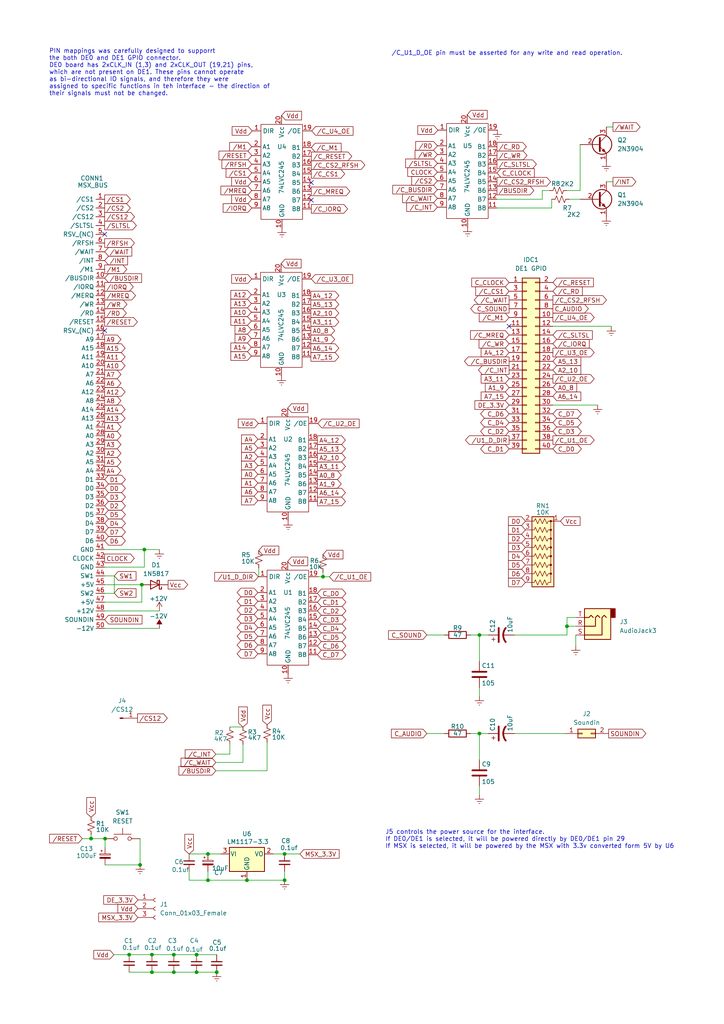
<source format=kicad_sch>
(kicad_sch (version 20230121) (generator eeschema)
  (paper "A4" portrait)
  (title_block (title "MSX FPGA Hat") (date "2023-12-18") (rev "2.0") (company "RCC @ 2024") (comment 1 "to 3.3v systems with voltage conversion") (comment 2 "Cartridge for MSX Computers that expose the MSX BUS") (comment 3 "IDC connector pinout mapped for Altera DE1 FPGA Development Board") (comment 4 "Designed for MSX and Terasic DE0 & DE1"))
  (lib_symbols
    (symbol "74LVC245A_1"
      (property "Reference" "U" (at 0 0 0))
      (property "Value" "74LVC245A_1" (at 0 0 0))
      (symbol "74LVC245A_1_1_1"
        (pin input line (at -67.183 87.63 0) (length 2.54) (name "DIR") (number "1"))
        (pin power_in line (at -58.547 59.436 90) (length 2.54) (name "GND") (number "10"))
        (pin bidirectional line (at -50.038 65.024 180) (length 2.54) (name "B8") (number "11"))
        (pin bidirectional line (at -50.038 67.564 180) (length 2.54) (name "B7") (number "12"))
        (pin bidirectional line (at -50.038 70.104 180) (length 2.54) (name "B6") (number "13"))
        (pin bidirectional line (at -50.038 72.644 180) (length 2.54) (name "B5") (number "14"))
        (pin bidirectional line (at -50.038 75.184 180) (length 2.54) (name "B4") (number "15"))
        (pin bidirectional line (at -50.038 77.724 180) (length 2.54) (name "B3") (number "16"))
        (pin bidirectional line (at -50.038 80.264 180) (length 2.54) (name "B2") (number "17"))
        (pin bidirectional line (at -50.038 82.804 180) (length 2.54) (name "B1") (number "18"))
        (pin input line (at -49.911 87.63 180) (length 2.54) (name "/OE") (number "19"))
        (pin bidirectional line (at -67.31 83.058 0) (length 2.54) (name "A1") (number "2"))
        (pin power_in line (at -58.674 92.075 270) (length 2.54) (name "Vcc") (number "20"))
        (pin bidirectional line (at -67.31 80.518 0) (length 2.54) (name "A2") (number "3"))
        (pin bidirectional line (at -67.31 77.978 0) (length 2.54) (name "A3") (number "4"))
        (pin bidirectional line (at -67.31 75.438 0) (length 2.54) (name "A4") (number "5"))
        (pin bidirectional line (at -67.31 72.898 0) (length 2.54) (name "A5") (number "6"))
        (pin bidirectional line (at -67.31 70.358 0) (length 2.54) (name "A6") (number "7"))
        (pin bidirectional line (at -67.31 67.818 0) (length 2.54) (name "A7") (number "8"))
        (pin bidirectional line (at -67.31 65.278 0) (length 2.54) (name "A8") (number "9"))
      )
    )
    (symbol "74LVC245A_2"
      (property "Reference" "U" (at 0 0 0))
      (property "Value" "74LVC245A_2" (at 0 0 0))
      (symbol "74LVC245A_2_1_1"
        (pin input line (at -67.183 87.63 0) (length 2.54) (name "DIR") (number "1"))
        (pin power_in line (at -58.547 59.436 90) (length 2.54) (name "GND") (number "10"))
        (pin bidirectional line (at -50.038 65.024 180) (length 2.54) (name "B8") (number "11"))
        (pin bidirectional line (at -50.038 67.564 180) (length 2.54) (name "B7") (number "12"))
        (pin bidirectional line (at -50.038 70.104 180) (length 2.54) (name "B6") (number "13"))
        (pin bidirectional line (at -50.038 72.644 180) (length 2.54) (name "B5") (number "14"))
        (pin bidirectional line (at -50.038 75.184 180) (length 2.54) (name "B4") (number "15"))
        (pin bidirectional line (at -50.038 77.724 180) (length 2.54) (name "B3") (number "16"))
        (pin bidirectional line (at -50.038 80.264 180) (length 2.54) (name "B2") (number "17"))
        (pin bidirectional line (at -50.038 82.804 180) (length 2.54) (name "B1") (number "18"))
        (pin input line (at -49.911 87.63 180) (length 2.54) (name "/OE") (number "19"))
        (pin bidirectional line (at -67.31 83.058 0) (length 2.54) (name "A1") (number "2"))
        (pin power_in line (at -58.674 92.075 270) (length 2.54) (name "Vcc") (number "20"))
        (pin bidirectional line (at -67.31 80.518 0) (length 2.54) (name "A2") (number "3"))
        (pin bidirectional line (at -67.31 77.978 0) (length 2.54) (name "A3") (number "4"))
        (pin bidirectional line (at -67.31 75.438 0) (length 2.54) (name "A4") (number "5"))
        (pin bidirectional line (at -67.31 72.898 0) (length 2.54) (name "A5") (number "6"))
        (pin bidirectional line (at -67.31 70.358 0) (length 2.54) (name "A6") (number "7"))
        (pin bidirectional line (at -67.31 67.818 0) (length 2.54) (name "A7") (number "8"))
        (pin bidirectional line (at -67.31 65.278 0) (length 2.54) (name "A8") (number "9"))
      )
    )
    (symbol "74LVC245A_3"
      (property "Reference" "U" (at 0 0 0))
      (property "Value" "74LVC245A_3" (at 0 0 0))
      (symbol "74LVC245A_3_1_1"
        (pin input line (at -67.183 87.63 0) (length 2.54) (name "DIR") (number "1"))
        (pin power_in line (at -58.547 59.436 90) (length 2.54) (name "GND") (number "10"))
        (pin bidirectional line (at -50.038 65.024 180) (length 2.54) (name "B8") (number "11"))
        (pin bidirectional line (at -50.038 67.564 180) (length 2.54) (name "B7") (number "12"))
        (pin bidirectional line (at -50.038 70.104 180) (length 2.54) (name "B6") (number "13"))
        (pin bidirectional line (at -50.038 72.644 180) (length 2.54) (name "B5") (number "14"))
        (pin bidirectional line (at -50.038 75.184 180) (length 2.54) (name "B4") (number "15"))
        (pin bidirectional line (at -50.038 77.724 180) (length 2.54) (name "B3") (number "16"))
        (pin bidirectional line (at -50.038 80.264 180) (length 2.54) (name "B2") (number "17"))
        (pin bidirectional line (at -50.038 82.804 180) (length 2.54) (name "B1") (number "18"))
        (pin input line (at -49.911 87.63 180) (length 2.54) (name "/OE") (number "19"))
        (pin bidirectional line (at -67.31 83.058 0) (length 2.54) (name "A1") (number "2"))
        (pin power_in line (at -58.674 92.075 270) (length 2.54) (name "Vcc") (number "20"))
        (pin bidirectional line (at -67.31 80.518 0) (length 2.54) (name "A2") (number "3"))
        (pin bidirectional line (at -67.31 77.978 0) (length 2.54) (name "A3") (number "4"))
        (pin bidirectional line (at -67.31 75.438 0) (length 2.54) (name "A4") (number "5"))
        (pin bidirectional line (at -67.31 72.898 0) (length 2.54) (name "A5") (number "6"))
        (pin bidirectional line (at -67.31 70.358 0) (length 2.54) (name "A6") (number "7"))
        (pin bidirectional line (at -67.31 67.818 0) (length 2.54) (name "A7") (number "8"))
        (pin bidirectional line (at -67.31 65.278 0) (length 2.54) (name "A8") (number "9"))
      )
    )
    (symbol "74LVC245A_4"
      (property "Reference" "U" (at 0 0 0))
      (property "Value" "74LVC245A_4" (at 0 0 0))
      (symbol "74LVC245A_4_1_1"
        (pin input line (at -67.183 87.63 0) (length 2.54) (name "DIR") (number "1"))
        (pin power_in line (at -58.547 59.436 90) (length 2.54) (name "GND") (number "10"))
        (pin bidirectional line (at -50.038 65.024 180) (length 2.54) (name "B8") (number "11"))
        (pin bidirectional line (at -50.038 67.564 180) (length 2.54) (name "B7") (number "12"))
        (pin bidirectional line (at -50.038 70.104 180) (length 2.54) (name "B6") (number "13"))
        (pin bidirectional line (at -50.038 72.644 180) (length 2.54) (name "B5") (number "14"))
        (pin bidirectional line (at -50.038 75.184 180) (length 2.54) (name "B4") (number "15"))
        (pin bidirectional line (at -50.038 77.724 180) (length 2.54) (name "B3") (number "16"))
        (pin bidirectional line (at -50.038 80.264 180) (length 2.54) (name "B2") (number "17"))
        (pin bidirectional line (at -50.038 82.804 180) (length 2.54) (name "B1") (number "18"))
        (pin input line (at -49.911 87.63 180) (length 2.54) (name "/OE") (number "19"))
        (pin bidirectional line (at -67.31 83.058 0) (length 2.54) (name "A1") (number "2"))
        (pin power_in line (at -58.674 92.075 270) (length 2.54) (name "Vcc") (number "20"))
        (pin bidirectional line (at -67.31 80.518 0) (length 2.54) (name "A2") (number "3"))
        (pin bidirectional line (at -67.31 77.978 0) (length 2.54) (name "A3") (number "4"))
        (pin bidirectional line (at -67.31 75.438 0) (length 2.54) (name "A4") (number "5"))
        (pin bidirectional line (at -67.31 72.898 0) (length 2.54) (name "A5") (number "6"))
        (pin bidirectional line (at -67.31 70.358 0) (length 2.54) (name "A6") (number "7"))
        (pin bidirectional line (at -67.31 67.818 0) (length 2.54) (name "A7") (number "8"))
        (pin bidirectional line (at -67.31 65.278 0) (length 2.54) (name "A8") (number "9"))
      )
    )
    (symbol "Connector:Conn_01x01_Pin" (pin_names (offset 1.016) hide)
      (property "Reference" "J" (at 0 2.54 0))
      (property "Value" "Conn_01x01_Pin" (at 0 -2.54 0))
      (symbol "Conn_01x01_Pin_1_1"
        (pin passive line (at 5.08 0 180) (length 3.81) (name "Pin_1") (number "1"))
      )
    )
    (symbol "Connector:Conn_01x03_Female" (pin_names (offset 1.016) hide)
      (property "Reference" "J" (at 0 5.08 0))
      (property "Value" "Conn_01x03_Female" (at 0 -5.08 0))
      (symbol "Conn_01x03_Female_1_1"
        (pin passive line (at -5.08 2.54 0) (length 3.81) (name "Pin_1") (number "1"))
        (pin passive line (at -5.08 0 0) (length 3.81) (name "Pin_2") (number "2"))
        (pin passive line (at -5.08 -2.54 0) (length 3.81) (name "Pin_3") (number "3"))
      )
    )
    (symbol "Connector_Audio:AudioJack3"
      (property "Reference" "J" (at 0 8.89 0))
      (property "Value" "AudioJack3" (at 0 6.35 0))
      (symbol "AudioJack3_1_1"
        (pin passive line (at 5.08 0 180) (length 2.54) (name "~") (number "R"))
        (pin passive line (at 5.08 2.54 180) (length 2.54) (name "~") (number "S"))
        (pin passive line (at 5.08 -2.54 180) (length 2.54) (name "~") (number "T"))
      )
    )
    (symbol "Connector_Generic:Conn_02x01" (pin_names (offset 1.016) hide)
      (property "Reference" "J" (at 1.27 2.54 0))
      (property "Value" "Conn_02x01" (at 1.27 -2.54 0))
      (symbol "Conn_02x01_1_1"
        (pin passive line (at -5.08 0 0) (length 3.81) (name "Pin_1") (number "1"))
        (pin passive line (at 7.62 0 180) (length 3.81) (name "Pin_2") (number "2"))
      )
    )
    (symbol "Connector_Generic:Conn_02x20_Odd_Even" (pin_names (offset 1.016) hide)
      (property "Reference" "J" (at 1.27 25.4 0))
      (property "Value" "Conn_02x20_Odd_Even" (at 1.27 -27.94 0))
      (symbol "Conn_02x20_Odd_Even_1_1"
        (pin passive line (at -5.08 22.86 0) (length 3.81) (name "Pin_1") (number "1"))
        (pin passive line (at 7.62 12.7 180) (length 3.81) (name "Pin_10") (number "10"))
        (pin passive line (at -5.08 10.16 0) (length 3.81) (name "Pin_11") (number "11"))
        (pin passive line (at 7.62 10.16 180) (length 3.81) (name "Pin_12") (number "12"))
        (pin passive line (at -5.08 7.62 0) (length 3.81) (name "Pin_13") (number "13"))
        (pin passive line (at 7.62 7.62 180) (length 3.81) (name "Pin_14") (number "14"))
        (pin passive line (at -5.08 5.08 0) (length 3.81) (name "Pin_15") (number "15"))
        (pin passive line (at 7.62 5.08 180) (length 3.81) (name "Pin_16") (number "16"))
        (pin passive line (at -5.08 2.54 0) (length 3.81) (name "Pin_17") (number "17"))
        (pin passive line (at 7.62 2.54 180) (length 3.81) (name "Pin_18") (number "18"))
        (pin passive line (at -5.08 0 0) (length 3.81) (name "Pin_19") (number "19"))
        (pin passive line (at 7.62 22.86 180) (length 3.81) (name "Pin_2") (number "2"))
        (pin passive line (at 7.62 0 180) (length 3.81) (name "Pin_20") (number "20"))
        (pin passive line (at -5.08 -2.54 0) (length 3.81) (name "Pin_21") (number "21"))
        (pin passive line (at 7.62 -2.54 180) (length 3.81) (name "Pin_22") (number "22"))
        (pin passive line (at -5.08 -5.08 0) (length 3.81) (name "Pin_23") (number "23"))
        (pin passive line (at 7.62 -5.08 180) (length 3.81) (name "Pin_24") (number "24"))
        (pin passive line (at -5.08 -7.62 0) (length 3.81) (name "Pin_25") (number "25"))
        (pin passive line (at 7.62 -7.62 180) (length 3.81) (name "Pin_26") (number "26"))
        (pin passive line (at -5.08 -10.16 0) (length 3.81) (name "Pin_27") (number "27"))
        (pin passive line (at 7.62 -10.16 180) (length 3.81) (name "Pin_28") (number "28"))
        (pin passive line (at -5.08 -12.7 0) (length 3.81) (name "Pin_29") (number "29"))
        (pin passive line (at -5.08 20.32 0) (length 3.81) (name "Pin_3") (number "3"))
        (pin passive line (at 7.62 -12.7 180) (length 3.81) (name "Pin_30") (number "30"))
        (pin passive line (at -5.08 -15.24 0) (length 3.81) (name "Pin_31") (number "31"))
        (pin passive line (at 7.62 -15.24 180) (length 3.81) (name "Pin_32") (number "32"))
        (pin passive line (at -5.08 -17.78 0) (length 3.81) (name "Pin_33") (number "33"))
        (pin passive line (at 7.62 -17.78 180) (length 3.81) (name "Pin_34") (number "34"))
        (pin passive line (at -5.08 -20.32 0) (length 3.81) (name "Pin_35") (number "35"))
        (pin passive line (at 7.62 -20.32 180) (length 3.81) (name "Pin_36") (number "36"))
        (pin passive line (at -5.08 -22.86 0) (length 3.81) (name "Pin_37") (number "37"))
        (pin passive line (at 7.62 -22.86 180) (length 3.81) (name "Pin_38") (number "38"))
        (pin passive line (at -5.08 -25.4 0) (length 3.81) (name "Pin_39") (number "39"))
        (pin passive line (at 7.62 20.32 180) (length 3.81) (name "Pin_4") (number "4"))
        (pin passive line (at 7.62 -25.4 180) (length 3.81) (name "Pin_40") (number "40"))
        (pin passive line (at -5.08 17.78 0) (length 3.81) (name "Pin_5") (number "5"))
        (pin passive line (at 7.62 17.78 180) (length 3.81) (name "Pin_6") (number "6"))
        (pin passive line (at -5.08 15.24 0) (length 3.81) (name "Pin_7") (number "7"))
        (pin passive line (at 7.62 15.24 180) (length 3.81) (name "Pin_8") (number "8"))
        (pin passive line (at -5.08 12.7 0) (length 3.81) (name "Pin_9") (number "9"))
      )
    )
    (symbol "Device:C" (pin_numbers hide) (pin_names (offset 0.254))
      (property "Reference" "C" (at 0.635 2.54 0))
      (property "Value" "C" (at 0.635 -2.54 0))
      (symbol "C_1_1"
        (pin passive line (at 0 3.81 270) (length 2.794) (name "~") (number "1"))
        (pin passive line (at 0 -3.81 90) (length 2.794) (name "~") (number "2"))
      )
    )
    (symbol "Device:C_Polarized_Small" (pin_numbers hide) (pin_names (offset 0.254) hide)
      (property "Reference" "C" (at 0.254 1.778 0))
      (property "Value" "C_Polarized_Small" (at 0.254 -2.032 0))
      (symbol "C_Polarized_Small_1_1"
        (pin passive line (at 0 2.54 270) (length 1.8542) (name "~") (number "1"))
        (pin passive line (at 0 -2.54 90) (length 1.8542) (name "~") (number "2"))
      )
    )
    (symbol "Device:C_Small" (pin_numbers hide) (pin_names (offset 0.254) hide)
      (property "Reference" "C" (at 0.254 1.778 0))
      (property "Value" "C_Small" (at 0.254 -2.032 0))
      (symbol "C_Small_1_1"
        (pin passive line (at 0 2.54 270) (length 2.032) (name "~") (number "1"))
        (pin passive line (at 0 -2.54 90) (length 2.032) (name "~") (number "2"))
      )
    )
    (symbol "Device:R" (pin_numbers hide) (pin_names (offset 0))
      (property "Reference" "R" (at 2.032 0 90))
      (property "Value" "R" (at 0 0 90))
      (symbol "R_1_1"
        (pin passive line (at 0 3.81 270) (length 1.27) (name "~") (number "1"))
        (pin passive line (at 0 -3.81 90) (length 1.27) (name "~") (number "2"))
      )
    )
    (symbol "Device:R_Network08_US" (pin_names (offset 0) hide)
      (property "Reference" "RN" (at -12.7 0 90))
      (property "Value" "R_Network08_US" (at 10.16 0 90))
      (symbol "R_Network08_US_1_1"
        (pin passive line (at -10.16 5.08 270) (length 2.54) (name "common") (number "1"))
        (pin passive line (at -10.16 -5.08 90) (length 1.27) (name "R1") (number "2"))
        (pin passive line (at -7.62 -5.08 90) (length 1.27) (name "R2") (number "3"))
        (pin passive line (at -5.08 -5.08 90) (length 1.27) (name "R3") (number "4"))
        (pin passive line (at -2.54 -5.08 90) (length 1.27) (name "R4") (number "5"))
        (pin passive line (at 0 -5.08 90) (length 1.27) (name "R5") (number "6"))
        (pin passive line (at 2.54 -5.08 90) (length 1.27) (name "R6") (number "7"))
        (pin passive line (at 5.08 -5.08 90) (length 1.27) (name "R7") (number "8"))
        (pin passive line (at 7.62 -5.08 90) (length 1.27) (name "R8") (number "9"))
      )
    )
    (symbol "Device:R_Small_US" (pin_numbers hide) (pin_names (offset 0.254) hide)
      (property "Reference" "R" (at 0.762 0.508 0))
      (property "Value" "R_Small_US" (at 0.762 -1.016 0))
      (symbol "R_Small_US_1_1"
        (pin passive line (at 0 2.54 270) (length 1.016) (name "~") (number "1"))
        (pin passive line (at 0 -2.54 90) (length 1.016) (name "~") (number "2"))
      )
    )
    (symbol "Diode:1N5817" (pin_numbers hide) (pin_names (offset 1.016) hide)
      (property "Reference" "D" (at 0 2.54 0))
      (property "Value" "1N5817" (at 0 -2.54 0))
      (symbol "1N5817_1_1"
        (pin passive line (at -3.81 0 0) (length 2.54) (name "K") (number "1"))
        (pin passive line (at 3.81 0 180) (length 2.54) (name "A") (number "2"))
      )
    )
    (symbol "Omega-Mainboard-rescue:CP1-Device" (pin_numbers hide) (pin_names (offset 0.254) hide)
      (property "Reference" "C" (at 0.635 2.54 0))
      (property "Value" "Device_CP1" (at 0.635 -2.54 0))
      (symbol "CP1-Device_1_1"
        (pin passive line (at 0 3.81 270) (length 2.794) (name "~") (number "1"))
        (pin passive line (at 0 -3.81 90) (length 3.302) (name "~") (number "2"))
      )
    )
    (symbol "Regulator_Linear:LM1117-3.3" (pin_names (offset 0.254))
      (property "Reference" "U" (at -3.81 3.175 0))
      (property "Value" "LM1117-3.3" (at 0 3.175 0))
      (symbol "LM1117-3.3_1_1"
        (pin power_in line (at 0 -7.62 90) (length 2.54) (name "GND") (number "1"))
        (pin power_out line (at 7.62 0 180) (length 2.54) (name "VO") (number "2"))
        (pin power_in line (at -7.62 0 0) (length 2.54) (name "VI") (number "3"))
      )
    )
    (symbol "Roni:74LVC245A"
      (property "Reference" "U" (at 0 0 0))
      (property "Value" "74LVC245A" (at 0 0 0))
      (symbol "74LVC245A_1_1"
        (pin input line (at -67.183 87.63 0) (length 2.54) (name "DIR") (number "1"))
        (pin power_in line (at -58.547 59.436 90) (length 2.54) (name "GND") (number "10"))
        (pin bidirectional line (at -50.038 65.024 180) (length 2.54) (name "B8") (number "11"))
        (pin bidirectional line (at -50.038 67.564 180) (length 2.54) (name "B7") (number "12"))
        (pin bidirectional line (at -50.038 70.104 180) (length 2.54) (name "B6") (number "13"))
        (pin bidirectional line (at -50.038 72.644 180) (length 2.54) (name "B5") (number "14"))
        (pin bidirectional line (at -50.038 75.184 180) (length 2.54) (name "B4") (number "15"))
        (pin bidirectional line (at -50.038 77.724 180) (length 2.54) (name "B3") (number "16"))
        (pin bidirectional line (at -50.038 80.264 180) (length 2.54) (name "B2") (number "17"))
        (pin bidirectional line (at -50.038 82.804 180) (length 2.54) (name "B1") (number "18"))
        (pin input line (at -49.911 87.63 180) (length 2.54) (name "/OE") (number "19"))
        (pin bidirectional line (at -67.31 83.058 0) (length 2.54) (name "A1") (number "2"))
        (pin power_in line (at -58.674 92.075 270) (length 2.54) (name "Vcc") (number "20"))
        (pin bidirectional line (at -67.31 80.518 0) (length 2.54) (name "A2") (number "3"))
        (pin bidirectional line (at -67.31 77.978 0) (length 2.54) (name "A3") (number "4"))
        (pin bidirectional line (at -67.31 75.438 0) (length 2.54) (name "A4") (number "5"))
        (pin bidirectional line (at -67.31 72.898 0) (length 2.54) (name "A5") (number "6"))
        (pin bidirectional line (at -67.31 70.358 0) (length 2.54) (name "A6") (number "7"))
        (pin bidirectional line (at -67.31 67.818 0) (length 2.54) (name "A7") (number "8"))
        (pin bidirectional line (at -67.31 65.278 0) (length 2.54) (name "A8") (number "9"))
      )
    )
    (symbol "Roni:MSX_BUS"
      (property "Reference" "U" (at 0 0 0))
      (property "Value" "MSX_BUS" (at 0 0 0))
      (symbol "MSX_BUS_1_1"
        (pin output line (at -67.945 88.392 180) (length 2.54) (name "/CS1") (number "1"))
        (pin output line (at -67.945 65.532 180) (length 2.54) (name "/BUSDIR") (number "10"))
        (pin output line (at -67.945 62.992 180) (length 2.54) (name "/IORQ") (number "11"))
        (pin output line (at -67.945 60.452 180) (length 2.54) (name "/MERQ") (number "12"))
        (pin output line (at -67.945 57.912 180) (length 2.54) (name "/WR") (number "13"))
        (pin output line (at -67.945 55.372 180) (length 2.54) (name "/RD") (number "14"))
        (pin input line (at -67.945 52.832 180) (length 2.54) (name "/RESET") (number "15"))
        (pin output line (at -67.945 50.292 180) (length 2.54) (name "RSV_(NC)") (number "16"))
        (pin output line (at -67.945 47.752 180) (length 2.54) (name "A9") (number "17"))
        (pin output line (at -67.945 45.212 180) (length 2.54) (name "A15") (number "18"))
        (pin output line (at -67.945 42.672 180) (length 2.54) (name "A11") (number "19"))
        (pin output line (at -67.945 85.852 180) (length 2.54) (name "/CS2") (number "2"))
        (pin output line (at -67.945 40.132 180) (length 2.54) (name "A10") (number "20"))
        (pin output line (at -67.945 37.592 180) (length 2.54) (name "A7") (number "21"))
        (pin output line (at -67.945 35.052 180) (length 2.54) (name "A6") (number "22"))
        (pin output line (at -67.945 32.512 180) (length 2.54) (name "A12") (number "23"))
        (pin output line (at -67.945 29.972 180) (length 2.54) (name "A8") (number "24"))
        (pin output line (at -67.945 27.432 180) (length 2.54) (name "A14") (number "25"))
        (pin output line (at -67.945 24.892 180) (length 2.54) (name "A13") (number "26"))
        (pin output line (at -67.945 22.352 180) (length 2.54) (name "A1") (number "27"))
        (pin output line (at -67.945 19.812 180) (length 2.54) (name "A0") (number "28"))
        (pin output line (at -67.945 17.272 180) (length 2.54) (name "A3") (number "29"))
        (pin output line (at -67.945 83.312 180) (length 2.54) (name "/CS12") (number "3"))
        (pin output line (at -67.945 14.732 180) (length 2.54) (name "A2") (number "30"))
        (pin output line (at -67.945 12.192 180) (length 2.54) (name "A5") (number "31"))
        (pin output line (at -67.945 9.652 180) (length 2.54) (name "A4") (number "32"))
        (pin output line (at -67.945 7.112 180) (length 2.54) (name "D1") (number "33"))
        (pin output line (at -67.945 4.572 180) (length 2.54) (name "D0") (number "34"))
        (pin output line (at -67.945 2.032 180) (length 2.54) (name "D3") (number "35"))
        (pin output line (at -67.945 -0.508 180) (length 2.54) (name "D2") (number "36"))
        (pin output line (at -67.945 -3.048 180) (length 2.54) (name "D5") (number "37"))
        (pin output line (at -67.945 -5.588 180) (length 2.54) (name "D4") (number "38"))
        (pin output line (at -67.945 -8.128 180) (length 2.54) (name "D7") (number "39"))
        (pin output line (at -67.945 80.772 180) (length 2.54) (name "/SLTSL") (number "4"))
        (pin output line (at -67.945 -10.668 180) (length 2.54) (name "D6") (number "40"))
        (pin output line (at -67.945 -13.208 180) (length 2.54) (name "GND") (number "41"))
        (pin output line (at -67.945 -15.748 180) (length 2.54) (name "CLOCK") (number "42"))
        (pin output line (at -67.945 -18.288 180) (length 2.54) (name "GND") (number "43"))
        (pin output line (at -67.945 -20.828 180) (length 2.54) (name "SW1") (number "44"))
        (pin output line (at -67.945 -23.368 180) (length 2.54) (name "+5V") (number "45"))
        (pin output line (at -67.945 -25.908 180) (length 2.54) (name "SW2") (number "46"))
        (pin output line (at -67.945 -28.448 180) (length 2.54) (name "+5V") (number "47"))
        (pin output line (at -67.945 -30.988 180) (length 2.54) (name "+12V") (number "48"))
        (pin output line (at -67.945 -33.528 180) (length 2.54) (name "SOUNDIN") (number "49"))
        (pin output line (at -67.945 78.232 180) (length 2.54) (name "RSV_(NC)") (number "5"))
        (pin output line (at -67.945 -36.068 180) (length 2.54) (name "-12V") (number "50"))
        (pin output line (at -67.945 75.692 180) (length 2.54) (name "/RFSH") (number "6"))
        (pin output line (at -67.945 73.152 180) (length 2.54) (name "/WAIT") (number "7"))
        (pin output line (at -67.945 70.612 180) (length 2.54) (name "/INT") (number "8"))
        (pin output line (at -67.945 68.072 180) (length 2.54) (name "/M1") (number "9"))
      )
    )
    (symbol "Switch:SW_Push" (pin_numbers hide) (pin_names (offset 1.016) hide)
      (property "Reference" "SW" (at 1.27 2.54 0))
      (property "Value" "SW_Push" (at 0 -1.524 0))
      (symbol "SW_Push_0_1"
        (pin passive line (at -5.08 0 0) (length 2.54) (name "1") (number "1"))
        (pin passive line (at 5.08 0 180) (length 2.54) (name "2") (number "2"))
      )
    )
    (symbol "Transistor_BJT:2N3904" (pin_names (offset 0) hide)
      (property "Reference" "Q" (at 5.08 1.905 0))
      (property "Value" "2N3904" (at 5.08 0 0))
      (symbol "2N3904_1_1"
        (pin passive line (at 2.54 -5.08 90) (length 2.54) (name "E") (number "1"))
        (pin passive line (at -5.08 0 0) (length 5.715) (name "B") (number "2"))
        (pin passive line (at 2.54 5.08 270) (length 2.54) (name "C") (number "3"))
      )
    )
    (symbol "power:+12V" (power) (pin_names (offset 0))
      (property "Value" "+12V" (at 0 3.556 0))
      (symbol "+12V_1_1"
        (pin power_in line (at 0 0 90) (length 0) hide (name "+12V") (number "1"))
      )
    )
    (symbol "power:-12V" (power) (pin_names (offset 0))
      (property "Value" "-12V" (at 0 3.81 0))
      (symbol "-12V_0_0"
        (pin power_in line (at 0 0 90) (length 0) hide (name "-12V") (number "1"))
      )
    )
    (symbol "power:GNDREF" (power) (pin_names (offset 0))
      (property "Value" "GNDREF" (at 0 -3.81 0))
      (symbol "GNDREF_1_1"
        (pin power_in line (at 0 0 270) (length 0) hide (name "GNDREF") (number "1"))
      )
    )
  )
  (junction (at 71.628 255.27))
  (junction (at 57.023 276.86))
  (junction (at 41.1361 169.5681))
  (junction (at 30.48 243.205))
  (junction (at 139.065 212.725))
  (junction (at 50.419 276.86))
  (junction (at 37.465 276.86))
  (junction (at 44.069 276.86))
  (junction (at 50.419 281.94))
  (junction (at 164.465 181.61))
  (junction (at 62.865 281.94))
  (junction (at 60.325 255.27))
  (junction (at 82.55 255.27))
  (junction (at 44.069 281.94))
  (junction (at 40.64 250.825))
  (junction (at 82.55 247.65))
  (junction (at 60.325 247.65))
  (junction (at 93.6997 167.259))
  (junction (at 26.416 243.205))
  (junction (at 139.065 184.15))
  (junction (at 41.8757 159.385))
  (junction (at 57.023 281.94))
  (no_connect (at 90.297 58.039))
  (no_connect (at 30.353 67.945))
  (no_connect (at 30.353 95.885))
  (no_connect (at 147.6734 94.615))
  (no_connect (at 90.297 52.959))
  (wire (pts (xy 164.465 179.07) (xy 164.465 181.61)))
  (wire (pts (xy 62.611 223.52) (xy 77.47 223.52)))
  (wire (pts (xy 82.55 255.27) (xy 82.55 252.73)))
  (wire (pts (xy 77.47 223.52) (xy 77.47 215.265)))
  (wire (pts (xy 54.864 255.27) (xy 60.325 255.27)))
  (wire (pts (xy 160.3734 94.615) (xy 177.292 94.615)))
  (wire (pts (xy 136.525 212.725) (xy 139.065 212.725)))
  (wire (pts (xy 175.895 36.83) (xy 177.8 36.83)))
  (wire (pts (xy 57.023 276.86) (xy 62.865 276.86)))
  (wire (pts (xy 139.065 220.345) (xy 139.065 212.725)))
  (wire (pts (xy 60.325 247.65) (xy 64.008 247.65)))
  (wire (pts (xy 41.8757 164.465) (xy 41.8757 159.385)))
  (wire (pts (xy 41.8757 159.385) (xy 46.228 159.385)))
  (wire (pts (xy 30.353 169.5681) (xy 30.353 169.545)))
  (wire (pts (xy 66.675 210.82) (xy 70.485 210.82)))
  (wire (pts (xy 41.1361 169.5681) (xy 41.1361 174.625)))
  (wire (pts (xy 50.419 276.86) (xy 57.023 276.86)))
  (wire (pts (xy 57.023 281.94) (xy 62.865 281.94)))
  (wire (pts (xy 23.876 243.205) (xy 26.416 243.205)))
  (wire (pts (xy 44.069 276.86) (xy 50.419 276.86)))
  (wire (pts (xy 123.825 184.15) (xy 128.905 184.15)))
  (wire (pts (xy 37.465 276.86) (xy 44.069 276.86)))
  (wire (pts (xy 30.353 182.245) (xy 46.228 182.245)))
  (wire (pts (xy 175.895 52.705) (xy 177.8 52.705)))
  (wire (pts (xy 41.1361 169.5681) (xy 30.353 169.5681)))
  (wire (pts (xy 149.225 212.725) (xy 163.83 212.725)))
  (wire (pts (xy 93.6997 165.9197) (xy 93.6758 165.9197)))
  (wire (pts (xy 165.1 57.785) (xy 168.275 57.785)))
  (wire (pts (xy 75.057 164.719) (xy 75.057 167.259)))
  (wire (pts (xy 70.485 215.9) (xy 70.485 221.107)))
  (wire (pts (xy 160.3734 117.475) (xy 173.355 117.475)))
  (wire (pts (xy 167.005 179.07) (xy 164.465 179.07)))
  (wire (pts (xy 30.48 250.825) (xy 40.64 250.825)))
  (wire (pts (xy 40.64 250.825) (xy 40.64 243.205)))
  (wire (pts (xy 177.292 94.615) (xy 177.292 94.742)))
  (wire (pts (xy 164.465 184.15) (xy 164.465 181.61)))
  (wire (pts (xy 79.248 247.65) (xy 82.55 247.65)))
  (wire (pts (xy 139.065 227.965) (xy 139.065 230.505)))
  (wire (pts (xy 30.353 177.165) (xy 46.228 177.165)))
  (wire (pts (xy 75.057 167.259) (xy 74.93 167.259)))
  (wire (pts (xy 33.1542 172.085) (xy 30.353 172.085)))
  (wire (pts (xy 167.005 184.15) (xy 167.005 187.325)))
  (wire (pts (xy 139.065 199.39) (xy 139.065 201.93)))
  (wire (pts (xy 139.065 212.725) (xy 141.605 212.725)))
  (wire (pts (xy 139.065 184.15) (xy 141.605 184.15)))
  (wire (pts (xy 123.825 212.725) (xy 128.905 212.725)))
  (wire (pts (xy 30.353 167.005) (xy 33.1542 167.005)))
  (wire (pts (xy 93.6997 167.259) (xy 95.5534 167.259)))
  (wire (pts (xy 93.6997 167.259) (xy 93.6997 165.9197)))
  (wire (pts (xy 26.416 243.205) (xy 26.416 242.062)))
  (wire (pts (xy 62.611 218.694) (xy 66.675 218.694)))
  (wire (pts (xy 71.628 255.27) (xy 82.55 255.27)))
  (wire (pts (xy 157.3 55.245) (xy 159.385 55.245)))
  (wire (pts (xy 60.325 255.27) (xy 71.628 255.27)))
  (wire (pts (xy 160.02 60.325) (xy 160.02 57.785)))
  (wire (pts (xy 164.465 181.61) (xy 167.005 181.61)))
  (wire (pts (xy 66.675 215.9) (xy 66.675 218.694)))
  (wire (pts (xy 44.069 281.94) (xy 50.419 281.94)))
  (wire (pts (xy 30.353 164.465) (xy 41.8757 164.465)))
  (wire (pts (xy 157.3 57.785) (xy 157.3 55.245)))
  (wire (pts (xy 30.353 159.385) (xy 41.8757 159.385)))
  (wire (pts (xy 136.525 184.15) (xy 139.065 184.15)))
  (wire (pts (xy 30.48 243.205) (xy 26.416 243.205)))
  (wire (pts (xy 139.065 191.77) (xy 139.065 184.15)))
  (wire (pts (xy 62.611 221.107) (xy 70.485 221.107)))
  (wire (pts (xy 33.0304 276.86) (xy 37.465 276.86)))
  (wire (pts (xy 33.1542 167.005) (xy 33.1542 172.085)))
  (wire (pts (xy 73.152 37.9627) (xy 73.152 37.973)))
  (wire (pts (xy 149.225 184.15) (xy 164.465 184.15)))
  (wire (pts (xy 54.864 247.65) (xy 60.325 247.65)))
  (wire (pts (xy 144.145 57.785) (xy 157.3 57.785)))
  (wire (pts (xy 37.465 281.94) (xy 44.069 281.94)))
  (wire (pts (xy 164.465 55.245) (xy 168.275 55.245)))
  (wire (pts (xy 144.145 60.325) (xy 160.02 60.325)))
  (wire (pts (xy 41.1361 174.625) (xy 30.353 174.625)))
  (wire (pts (xy 54.864 252.73) (xy 54.864 255.27)))
  (wire (pts (xy 92.202 167.259) (xy 93.6997 167.259)))
  (wire (pts (xy 168.275 55.245) (xy 168.275 41.91)))
  (wire (pts (xy 50.419 281.94) (xy 57.023 281.94)))
  (wire (pts (xy 82.55 247.65) (xy 86.995 247.65)))
  (wire (pts (xy 30.48 243.205) (xy 30.48 245.745)))
  (wire (pts (xy 60.325 252.73) (xy 60.325 255.27)))
  (text "PIN mappings was carefully designed to supporrt\nthe both DE0 and DE1 GPIO connector. \nDE0 board has 2xCLK_IN (1,3) and 2xCLK_OUT (19,21) pins,\nwhich are not present on DE1. These pins cannot operate\nas bi-directional IO signals, and therefore they were \nassigned to specific functions in teh interface - the direction of \ntheir signals must not be changed.\n" (at 14.224 27.94 0) (effects (font (size 1.27 1.27)) (justify left bottom)))
  (text "/C_U1_D_OE pin must be asserted for any write and read operation.\n" (at 113.538 16.256 0) (effects (font (size 1.27 1.27)) (justify left bottom)))
  (text "J5 controls the power source for the interface.\nIf DE0/DE1 is selected, it will be powered directly by DE0/DE1 pin 29\nIf MSX is selected, it will be powered by the MSX with 3.3v converted form 5V by U6\n\n" (at 111.76 248.285 0) (effects (font (size 1.27 1.27)) (justify left bottom)))
  (global_label "Vdd" (shape input) (at 83.439 118.364 0) (property "Intersheetrefs" "${INTERSHEET_REFS}" (effects hide)))
  (global_label "C_D5" (shape bidirectional) (at 160.3734 122.555 0) (property "Intersheetrefs" "${INTERSHEET_REFS}" (effects hide)))
  (global_label "{slash}C_BUSDIR" (shape output) (at 147.6734 104.775 180) (property "Intersheetrefs" "${INTERSHEET_REFS}" (effects hide)))
  (global_label "D4" (shape bidirectional) (at 30.353 151.765 0) (property "Intersheetrefs" "${INTERSHEET_REFS}" (effects hide)))
  (global_label "A6_14" (shape output) (at 90.17 100.965 0) (property "Intersheetrefs" "${INTERSHEET_REFS}" (effects hide)))
  (global_label "{slash}BUSDIR" (shape output) (at 144.145 55.245 0) (property "Intersheetrefs" "${INTERSHEET_REFS}" (effects hide)))
  (global_label "A5_13" (shape output) (at 90.17 88.265 0) (property "Intersheetrefs" "${INTERSHEET_REFS}" (effects hide)))
  (global_label "{slash}C_INT" (shape output) (at 147.6734 107.315 180) (property "Intersheetrefs" "${INTERSHEET_REFS}" (effects hide)))
  (global_label "A2" (shape input) (at 74.803 132.461 180) (property "Intersheetrefs" "${INTERSHEET_REFS}" (effects hide)))
  (global_label "{slash}MREQ" (shape input) (at 73.025 55.245 180) (property "Intersheetrefs" "${INTERSHEET_REFS}" (effects hide)))
  (global_label "A14" (shape input) (at 72.898 100.711 180) (property "Intersheetrefs" "${INTERSHEET_REFS}" (effects hide)))
  (global_label "{slash}C_WAIT" (shape input) (at 126.873 57.531 180) (property "Intersheetrefs" "${INTERSHEET_REFS}" (effects hide)))
  (global_label "C_D2" (shape bidirectional) (at 92.075 177.165 0) (property "Intersheetrefs" "${INTERSHEET_REFS}" (effects hide)))
  (global_label "{slash}C_CS1" (shape output) (at 90.297 50.419 0) (property "Intersheetrefs" "${INTERSHEET_REFS}" (effects hide)))
  (global_label "SOUNDIN" (shape input) (at 30.353 179.705 0) (property "Intersheetrefs" "${INTERSHEET_REFS}" (effects hide)))
  (global_label "MSX_3.3V" (shape input) (at 40.005 266.065 180) (property "Intersheetrefs" "${INTERSHEET_REFS}" (effects hide)))
  (global_label "Vdd" (shape input) (at 83.439 162.814 0) (property "Intersheetrefs" "${INTERSHEET_REFS}" (effects hide)))
  (global_label "Vdd" (shape input) (at 81.661 33.528 0) (property "Intersheetrefs" "${INTERSHEET_REFS}" (effects hide)))
  (global_label "A12" (shape input) (at 72.898 85.471 180) (property "Intersheetrefs" "${INTERSHEET_REFS}" (effects hide)))
  (global_label "{slash}CS1" (shape output) (at 30.353 57.785 0) (property "Intersheetrefs" "${INTERSHEET_REFS}" (effects hide)))
  (global_label "A11" (shape output) (at 30.353 103.505 0) (property "Intersheetrefs" "${INTERSHEET_REFS}" (effects hide)))
  (global_label "A0_8" (shape output) (at 92.075 137.795 0) (property "Intersheetrefs" "${INTERSHEET_REFS}" (effects hide)))
  (global_label "C_D6" (shape bidirectional) (at 92.075 187.325 0) (property "Intersheetrefs" "${INTERSHEET_REFS}" (effects hide)))
  (global_label "{slash}C_U3_OE" (shape input) (at 90.297 80.899 0) (property "Intersheetrefs" "${INTERSHEET_REFS}" (effects hide)))
  (global_label "{slash}SLTSL" (shape input) (at 126.873 47.371 180) (property "Intersheetrefs" "${INTERSHEET_REFS}" (effects hide)))
  (global_label "A9" (shape input) (at 72.898 98.171 180) (property "Intersheetrefs" "${INTERSHEET_REFS}" (effects hide)))
  (global_label "SOUNDIN" (shape output) (at 176.53 212.725 0) (property "Intersheetrefs" "${INTERSHEET_REFS}" (effects hide)))
  (global_label "{slash}WAIT" (shape input) (at 30.353 73.025 0) (property "Intersheetrefs" "${INTERSHEET_REFS}" (effects hide)))
  (global_label "D5" (shape bidirectional) (at 30.353 149.225 0) (property "Intersheetrefs" "${INTERSHEET_REFS}" (effects hide)))
  (global_label "A4_12" (shape output) (at 90.17 85.725 0) (property "Intersheetrefs" "${INTERSHEET_REFS}" (effects hide)))
  (global_label "{slash}U1_D_DIR" (shape input) (at 74.93 167.259 180) (property "Intersheetrefs" "${INTERSHEET_REFS}" (effects hide)))
  (global_label "A1_9" (shape input) (at 147.6734 112.395 180) (property "Intersheetrefs" "${INTERSHEET_REFS}" (effects hide)))
  (global_label "A13" (shape output) (at 30.353 121.285 0) (property "Intersheetrefs" "${INTERSHEET_REFS}" (effects hide)))
  (global_label "C_D0" (shape bidirectional) (at 160.3734 130.175 0) (property "Intersheetrefs" "${INTERSHEET_REFS}" (effects hide)))
  (global_label "Vcc" (shape input) (at 162.56 151.13 0) (property "Intersheetrefs" "${INTERSHEET_REFS}" (effects hide)))
  (global_label "{slash}MREQ" (shape output) (at 30.353 85.725 0) (property "Intersheetrefs" "${INTERSHEET_REFS}" (effects hide)))
  (global_label "{slash}C_M1" (shape input) (at 90.297 42.799 0) (property "Intersheetrefs" "${INTERSHEET_REFS}" (effects hide)))
  (global_label "A3_11" (shape output) (at 92.075 135.255 0) (property "Intersheetrefs" "${INTERSHEET_REFS}" (effects hide)))
  (global_label "Vdd" (shape input) (at 73.025 80.899 180) (property "Intersheetrefs" "${INTERSHEET_REFS}" (effects hide)))
  (global_label "A5_13" (shape output) (at 92.075 130.175 0) (property "Intersheetrefs" "${INTERSHEET_REFS}" (effects hide)))
  (global_label "A8" (shape input) (at 72.898 95.631 180) (property "Intersheetrefs" "${INTERSHEET_REFS}" (effects hide)))
  (global_label "D7" (shape bidirectional) (at 30.353 154.305 0) (property "Intersheetrefs" "${INTERSHEET_REFS}" (effects hide)))
  (global_label "A5" (shape output) (at 30.353 133.985 0) (property "Intersheetrefs" "${INTERSHEET_REFS}" (effects hide)))
  (global_label "A1" (shape input) (at 74.803 140.081 180) (property "Intersheetrefs" "${INTERSHEET_REFS}" (effects hide)))
  (global_label "CLOCK" (shape input) (at 126.873 49.911 180) (property "Intersheetrefs" "${INTERSHEET_REFS}" (effects hide)))
  (global_label "D4" (shape bidirectional) (at 74.803 181.991 180) (property "Intersheetrefs" "${INTERSHEET_REFS}" (effects hide)))
  (global_label "{slash}CS12" (shape output) (at 39.878 208.28 0) (property "Intersheetrefs" "${INTERSHEET_REFS}" (effects hide)))
  (global_label "{slash}RD" (shape output) (at 30.353 90.805 0) (property "Intersheetrefs" "${INTERSHEET_REFS}" (effects hide)))
  (global_label "A7" (shape output) (at 30.353 108.585 0) (property "Intersheetrefs" "${INTERSHEET_REFS}" (effects hide)))
  (global_label "A4_12" (shape output) (at 92.075 127.635 0) (property "Intersheetrefs" "${INTERSHEET_REFS}" (effects hide)))
  (global_label "A4_12" (shape input) (at 147.6734 102.235 180) (property "Intersheetrefs" "${INTERSHEET_REFS}" (effects hide)))
  (global_label "{slash}C_RESET" (shape output) (at 90.297 45.339 0) (property "Intersheetrefs" "${INTERSHEET_REFS}" (effects hide)))
  (global_label "{slash}C_BUSDIR" (shape input) (at 126.873 54.991 180) (property "Intersheetrefs" "${INTERSHEET_REFS}" (effects hide)))
  (global_label "A6_14" (shape input) (at 160.3734 114.935 0) (property "Intersheetrefs" "${INTERSHEET_REFS}" (effects hide)))
  (global_label "C_D3" (shape bidirectional) (at 92.075 179.705 0) (property "Intersheetrefs" "${INTERSHEET_REFS}" (effects hide)))
  (global_label "A1_9" (shape output) (at 90.17 98.425 0) (property "Intersheetrefs" "${INTERSHEET_REFS}" (effects hide)))
  (global_label "D2" (shape input) (at 152.4 156.21 180) (property "Intersheetrefs" "${INTERSHEET_REFS}" (effects hide)))
  (global_label "MSX_3.3V" (shape input) (at 86.995 247.65 0) (property "Intersheetrefs" "${INTERSHEET_REFS}" (effects hide)))
  (global_label "{slash}C_WR" (shape input) (at 147.6734 99.695 180) (property "Intersheetrefs" "${INTERSHEET_REFS}" (effects hide)))
  (global_label "{slash}C_MREQ" (shape output) (at 90.297 55.499 0) (property "Intersheetrefs" "${INTERSHEET_REFS}" (effects hide)))
  (global_label "{slash}C_WAIT" (shape output) (at 147.6734 86.995 180) (property "Intersheetrefs" "${INTERSHEET_REFS}" (effects hide)))
  (global_label "{slash}C_INT" (shape input) (at 62.611 218.694 180) (property "Intersheetrefs" "${INTERSHEET_REFS}" (effects hide)))
  (global_label "A4" (shape input) (at 74.803 127.381 180) (property "Intersheetrefs" "${INTERSHEET_REFS}" (effects hide)))
  (global_label "SW1" (shape input) (at 33.1542 167.005 0) (property "Intersheetrefs" "${INTERSHEET_REFS}" (effects hide)))
  (global_label "A9" (shape output) (at 30.353 98.425 0) (property "Intersheetrefs" "${INTERSHEET_REFS}" (effects hide)))
  (global_label "A7_15" (shape input) (at 147.6734 114.935 180) (property "Intersheetrefs" "${INTERSHEET_REFS}" (effects hide)))
  (global_label "C_D3" (shape bidirectional) (at 160.3734 125.095 0) (property "Intersheetrefs" "${INTERSHEET_REFS}" (effects hide)))
  (global_label "A12" (shape output) (at 30.353 113.665 0) (property "Intersheetrefs" "${INTERSHEET_REFS}" (effects hide)))
  (global_label "{slash}C_U3_OE" (shape output) (at 160.3734 102.235 0) (property "Intersheetrefs" "${INTERSHEET_REFS}" (effects hide)))
  (global_label "{slash}C_CS2_RFSH" (shape output) (at 90.297 47.879 0) (property "Intersheetrefs" "${INTERSHEET_REFS}" (effects hide)))
  (global_label "A2_10" (shape input) (at 160.3734 107.315 0) (property "Intersheetrefs" "${INTERSHEET_REFS}" (effects hide)))
  (global_label "A10" (shape input) (at 72.898 90.551 180) (property "Intersheetrefs" "${INTERSHEET_REFS}" (effects hide)))
  (global_label "{slash}M1" (shape output) (at 30.353 78.105 0) (property "Intersheetrefs" "${INTERSHEET_REFS}" (effects hide)))
  (global_label "{slash}C_SLTSL" (shape output) (at 144.145 47.625 0) (property "Intersheetrefs" "${INTERSHEET_REFS}" (effects hide)))
  (global_label "C_D2" (shape bidirectional) (at 147.6734 125.095 180) (property "Intersheetrefs" "${INTERSHEET_REFS}" (effects hide)))
  (global_label "{slash}C_U2_OE" (shape input) (at 92.202 122.809 0) (property "Intersheetrefs" "${INTERSHEET_REFS}" (effects hide)))
  (global_label "A1_9" (shape output) (at 92.075 140.335 0) (property "Intersheetrefs" "${INTERSHEET_REFS}" (effects hide)))
  (global_label "D5" (shape input) (at 152.4 163.83 180) (property "Intersheetrefs" "${INTERSHEET_REFS}" (effects hide)))
  (global_label "Vdd" (shape input) (at 74.93 122.809 180) (property "Intersheetrefs" "${INTERSHEET_REFS}" (effects hide)))
  (global_label "A6" (shape output) (at 30.353 111.125 0) (property "Intersheetrefs" "${INTERSHEET_REFS}" (effects hide)))
  (global_label "{slash}C_U1_OE" (shape input) (at 95.5534 167.259 0) (property "Intersheetrefs" "${INTERSHEET_REFS}" (effects hide)))
  (global_label "D5" (shape bidirectional) (at 74.803 184.531 180) (property "Intersheetrefs" "${INTERSHEET_REFS}" (effects hide)))
  (global_label "{slash}C_RD" (shape output) (at 144.145 42.545 0) (property "Intersheetrefs" "${INTERSHEET_REFS}" (effects hide)))
  (global_label "D6" (shape bidirectional) (at 30.353 156.845 0) (property "Intersheetrefs" "${INTERSHEET_REFS}" (effects hide)))
  (global_label "Vdd" (shape input) (at 70.485 210.82 90) (property "Intersheetrefs" "${INTERSHEET_REFS}" (effects hide)))
  (global_label "A6_14" (shape output) (at 92.075 142.875 0) (property "Intersheetrefs" "${INTERSHEET_REFS}" (effects hide)))
  (global_label "D6" (shape bidirectional) (at 74.803 187.071 180) (property "Intersheetrefs" "${INTERSHEET_REFS}" (effects hide)))
  (global_label "D0" (shape bidirectional) (at 30.353 141.605 0) (property "Intersheetrefs" "${INTERSHEET_REFS}" (effects hide)))
  (global_label "{slash}C_INT" (shape input) (at 126.873 60.071 180) (property "Intersheetrefs" "${INTERSHEET_REFS}" (effects hide)))
  (global_label "Vdd" (shape input) (at 33.0304 276.86 180) (property "Intersheetrefs" "${INTERSHEET_REFS}" (effects hide)))
  (global_label "{slash}WR" (shape output) (at 30.353 88.265 0) (property "Intersheetrefs" "${INTERSHEET_REFS}" (effects hide)))
  (global_label "C_CLOCK" (shape input) (at 147.6734 81.915 180) (property "Intersheetrefs" "${INTERSHEET_REFS}" (effects hide)))
  (global_label "D2" (shape bidirectional) (at 74.803 176.911 180) (property "Intersheetrefs" "${INTERSHEET_REFS}" (effects hide)))
  (global_label "{slash}C_U2_OE" (shape output) (at 160.3734 109.855 0) (property "Intersheetrefs" "${INTERSHEET_REFS}" (effects hide)))
  (global_label "{slash}C_IORQ" (shape input) (at 160.3734 99.695 0) (property "Intersheetrefs" "${INTERSHEET_REFS}" (effects hide)))
  (global_label "A3" (shape output) (at 30.353 128.905 0) (property "Intersheetrefs" "${INTERSHEET_REFS}" (effects hide)))
  (global_label "A3_11" (shape output) (at 90.17 93.345 0) (property "Intersheetrefs" "${INTERSHEET_REFS}" (effects hide)))
  (global_label "CLOCK" (shape output) (at 30.353 161.925 0) (property "Intersheetrefs" "${INTERSHEET_REFS}" (effects hide)))
  (global_label "A2" (shape output) (at 30.353 131.445 0) (property "Intersheetrefs" "${INTERSHEET_REFS}" (effects hide)))
  (global_label "A15" (shape output) (at 30.353 100.965 0) (property "Intersheetrefs" "${INTERSHEET_REFS}" (effects hide)))
  (global_label "{slash}RFSH" (shape output) (at 30.353 70.485 0) (property "Intersheetrefs" "${INTERSHEET_REFS}" (effects hide)))
  (global_label "D0" (shape input) (at 152.4 151.13 180) (property "Intersheetrefs" "${INTERSHEET_REFS}" (effects hide)))
  (global_label "C_AUDIO" (shape output) (at 160.3734 89.535 0) (property "Intersheetrefs" "${INTERSHEET_REFS}" (effects hide)))
  (global_label "A5" (shape input) (at 74.803 129.921 180) (property "Intersheetrefs" "${INTERSHEET_REFS}" (effects hide)))
  (global_label "A15" (shape input) (at 72.898 103.251 180) (property "Intersheetrefs" "${INTERSHEET_REFS}" (effects hide)))
  (global_label "Vcc" (shape input) (at 26.416 236.982 90) (property "Intersheetrefs" "${INTERSHEET_REFS}" (effects hide)))
  (global_label "{slash}CS1" (shape input) (at 73.025 50.165 180) (property "Intersheetrefs" "${INTERSHEET_REFS}" (effects hide)))
  (global_label "Vdd" (shape input) (at 73.152 37.9627 180) (property "Intersheetrefs" "${INTERSHEET_REFS}" (effects hide)))
  (global_label "A10" (shape output) (at 30.353 106.045 0) (property "Intersheetrefs" "${INTERSHEET_REFS}" (effects hide)))
  (global_label "A14" (shape output) (at 30.353 118.745 0) (property "Intersheetrefs" "${INTERSHEET_REFS}" (effects hide)))
  (global_label "{slash}BUSDIR" (shape input) (at 30.353 80.645 0) (property "Intersheetrefs" "${INTERSHEET_REFS}" (effects hide)))
  (global_label "{slash}IORQ" (shape input) (at 73.025 60.325 180) (property "Intersheetrefs" "${INTERSHEET_REFS}" (effects hide)))
  (global_label "A3" (shape input) (at 74.803 135.001 180) (property "Intersheetrefs" "${INTERSHEET_REFS}" (effects hide)))
  (global_label "{slash}C_CS1" (shape input) (at 147.6734 84.455 180) (property "Intersheetrefs" "${INTERSHEET_REFS}" (effects hide)))
  (global_label "{slash}C_RD" (shape input) (at 160.3734 84.455 0) (property "Intersheetrefs" "${INTERSHEET_REFS}" (effects hide)))
  (global_label "Vdd" (shape input) (at 93.6758 160.8397 0) (property "Intersheetrefs" "${INTERSHEET_REFS}" (effects hide)))
  (global_label "C_D1" (shape bidirectional) (at 147.6734 130.175 180) (property "Intersheetrefs" "${INTERSHEET_REFS}" (effects hide)))
  (global_label "DE_3.3V" (shape input) (at 147.6734 117.475 180) (property "Intersheetrefs" "${INTERSHEET_REFS}" (effects hide)))
  (global_label "{slash}WAIT" (shape output) (at 177.8 36.83 0) (property "Intersheetrefs" "${INTERSHEET_REFS}" (effects hide)))
  (global_label "A13" (shape input) (at 72.898 88.011 180) (property "Intersheetrefs" "${INTERSHEET_REFS}" (effects hide)))
  (global_label "{slash}C_CS2_RFSH" (shape output) (at 144.145 52.705 0) (property "Intersheetrefs" "${INTERSHEET_REFS}" (effects hide)))
  (global_label "A5_13" (shape input) (at 160.3734 104.775 0) (property "Intersheetrefs" "${INTERSHEET_REFS}" (effects hide)))
  (global_label "C_D4" (shape bidirectional) (at 92.075 182.245 0) (property "Intersheetrefs" "${INTERSHEET_REFS}" (effects hide)))
  (global_label "C_D7" (shape bidirectional) (at 160.3734 120.015 0) (property "Intersheetrefs" "${INTERSHEET_REFS}" (effects hide)))
  (global_label "C_CLOCK" (shape input) (at 144.145 50.165 0) (property "Intersheetrefs" "${INTERSHEET_REFS}" (effects hide)))
  (global_label "Vdd" (shape input) (at 73.025 52.705 180) (property "Intersheetrefs" "${INTERSHEET_REFS}" (effects hide)))
  (global_label "D3" (shape input) (at 152.4 158.75 180) (property "Intersheetrefs" "${INTERSHEET_REFS}" (effects hide)))
  (global_label "C_AUDIO" (shape input) (at 123.825 212.725 180) (property "Intersheetrefs" "${INTERSHEET_REFS}" (effects hide)))
  (global_label "Vcc" (shape output) (at 48.7561 169.5681 0) (property "Intersheetrefs" "${INTERSHEET_REFS}" (effects hide)))
  (global_label "A0" (shape output) (at 30.353 126.365 0) (property "Intersheetrefs" "${INTERSHEET_REFS}" (effects hide)))
  (global_label "Vdd" (shape input) (at 40.005 263.525 180) (property "Intersheetrefs" "${INTERSHEET_REFS}" (effects hide)))
  (global_label "A3_11" (shape input) (at 147.6734 109.855 180) (property "Intersheetrefs" "${INTERSHEET_REFS}" (effects hide)))
  (global_label "A0" (shape input) (at 74.803 137.541 180) (property "Intersheetrefs" "${INTERSHEET_REFS}" (effects hide)))
  (global_label "{slash}RESET" (shape output) (at 30.353 93.345 0) (property "Intersheetrefs" "${INTERSHEET_REFS}" (effects hide)))
  (global_label "D7" (shape input) (at 152.4 168.91 180) (property "Intersheetrefs" "${INTERSHEET_REFS}" (effects hide)))
  (global_label "C_SOUND" (shape output) (at 147.6734 89.535 180) (property "Intersheetrefs" "${INTERSHEET_REFS}" (effects hide)))
  (global_label "{slash}BUSDIR" (shape input) (at 62.611 223.52 180) (property "Intersheetrefs" "${INTERSHEET_REFS}" (effects hide)))
  (global_label "A7_15" (shape output) (at 90.17 103.505 0) (property "Intersheetrefs" "${INTERSHEET_REFS}" (effects hide)))
  (global_label "A11" (shape input) (at 72.898 93.091 180) (property "Intersheetrefs" "${INTERSHEET_REFS}" (effects hide)))
  (global_label "D3" (shape bidirectional) (at 30.353 144.145 0) (property "Intersheetrefs" "${INTERSHEET_REFS}" (effects hide)))
  (global_label "{slash}C_M1" (shape input) (at 147.6734 92.075 180) (property "Intersheetrefs" "${INTERSHEET_REFS}" (effects hide)))
  (global_label "C_D4" (shape bidirectional) (at 147.6734 122.555 180) (property "Intersheetrefs" "${INTERSHEET_REFS}" (effects hide)))
  (global_label "D3" (shape bidirectional) (at 74.803 179.451 180) (property "Intersheetrefs" "${INTERSHEET_REFS}" (effects hide)))
  (global_label "D2" (shape bidirectional) (at 30.353 146.685 0) (property "Intersheetrefs" "${INTERSHEET_REFS}" (effects hide)))
  (global_label "A1" (shape output) (at 30.353 123.825 0) (property "Intersheetrefs" "${INTERSHEET_REFS}" (effects hide)))
  (global_label "{slash}C_MREQ" (shape input) (at 147.6734 97.155 180) (property "Intersheetrefs" "${INTERSHEET_REFS}" (effects hide)))
  (global_label "{slash}WR" (shape input) (at 126.873 44.831 180) (property "Intersheetrefs" "${INTERSHEET_REFS}" (effects hide)))
  (global_label "Vcc" (shape input) (at 54.864 247.65 90) (property "Intersheetrefs" "${INTERSHEET_REFS}" (effects hide)))
  (global_label "A7_15" (shape output) (at 92.075 145.415 0) (property "Intersheetrefs" "${INTERSHEET_REFS}" (effects hide)))
  (global_label "A0_8" (shape output) (at 90.17 95.885 0) (property "Intersheetrefs" "${INTERSHEET_REFS}" (effects hide)))
  (global_label "{slash}RFSH" (shape input) (at 73.025 47.625 180) (property "Intersheetrefs" "${INTERSHEET_REFS}" (effects hide)))
  (global_label "{slash}CS2" (shape output) (at 30.353 60.325 0) (property "Intersheetrefs" "${INTERSHEET_REFS}" (effects hide)))
  (global_label "D1" (shape bidirectional) (at 74.803 174.371 180) (property "Intersheetrefs" "${INTERSHEET_REFS}" (effects hide)))
  (global_label "C_D5" (shape bidirectional) (at 92.075 184.785 0) (property "Intersheetrefs" "${INTERSHEET_REFS}" (effects hide)))
  (global_label "C_D6" (shape bidirectional) (at 147.6734 120.015 180) (property "Intersheetrefs" "${INTERSHEET_REFS}" (effects hide)))
  (global_label "{slash}C_IORQ" (shape output) (at 90.297 60.579 0) (property "Intersheetrefs" "${INTERSHEET_REFS}" (effects hide)))
  (global_label "{slash}C_U4_OE" (shape input) (at 90.424 37.973 0) (property "Intersheetrefs" "${INTERSHEET_REFS}" (effects hide)))
  (global_label "A8" (shape output) (at 30.353 116.205 0) (property "Intersheetrefs" "${INTERSHEET_REFS}" (effects hide)))
  (global_label "{slash}C_RESET" (shape input) (at 160.3734 81.915 0) (property "Intersheetrefs" "${INTERSHEET_REFS}" (effects hide)))
  (global_label "A2_10" (shape output) (at 90.17 90.805 0) (property "Intersheetrefs" "${INTERSHEET_REFS}" (effects hide)))
  (global_label "{slash}M1" (shape input) (at 73.025 42.545 180) (property "Intersheetrefs" "${INTERSHEET_REFS}" (effects hide)))
  (global_label "{slash}C_U1_OE" (shape output) (at 160.3734 127.635 0) (property "Intersheetrefs" "${INTERSHEET_REFS}" (effects hide)))
  (global_label "A0_8" (shape input) (at 160.3734 112.395 0) (property "Intersheetrefs" "${INTERSHEET_REFS}" (effects hide)))
  (global_label "D1" (shape input) (at 152.4 153.67 180) (property "Intersheetrefs" "${INTERSHEET_REFS}" (effects hide)))
  (global_label "D0" (shape bidirectional) (at 74.803 171.831 180) (property "Intersheetrefs" "${INTERSHEET_REFS}" (effects hide)))
  (global_label "D4" (shape input) (at 152.4 161.29 180) (property "Intersheetrefs" "${INTERSHEET_REFS}" (effects hide)))
  (global_label "Vdd" (shape input) (at 73.025 57.785 180) (property "Intersheetrefs" "${INTERSHEET_REFS}" (effects hide)))
  (global_label "{slash}IORQ" (shape output) (at 30.353 83.185 0) (property "Intersheetrefs" "${INTERSHEET_REFS}" (effects hide)))
  (global_label "D7" (shape bidirectional) (at 74.803 189.611 180) (property "Intersheetrefs" "${INTERSHEET_REFS}" (effects hide)))
  (global_label "{slash}SLTSL" (shape output) (at 30.353 65.405 0) (property "Intersheetrefs" "${INTERSHEET_REFS}" (effects hide)))
  (global_label "{slash}RESET" (shape input) (at 23.876 243.205 180) (property "Intersheetrefs" "${INTERSHEET_REFS}" (effects hide)))
  (global_label "{slash}C_SLTSL" (shape input) (at 160.3734 97.155 0) (property "Intersheetrefs" "${INTERSHEET_REFS}" (effects hide)))
  (global_label "{slash}INT" (shape output) (at 177.8 52.705 0) (property "Intersheetrefs" "${INTERSHEET_REFS}" (effects hide)))
  (global_label "D1" (shape bidirectional) (at 30.353 139.065 0) (property "Intersheetrefs" "${INTERSHEET_REFS}" (effects hide)))
  (global_label "A7" (shape input) (at 74.803 145.161 180) (property "Intersheetrefs" "${INTERSHEET_REFS}" (effects hide)))
  (global_label "Vdd" (shape input) (at 75.057 159.639 0) (property "Intersheetrefs" "${INTERSHEET_REFS}" (effects hide)))
  (global_label "DE_3.3V" (shape input) (at 40.005 260.985 180) (property "Intersheetrefs" "${INTERSHEET_REFS}" (effects hide)))
  (global_label "C_D0" (shape bidirectional) (at 92.075 172.085 0) (property "Intersheetrefs" "${INTERSHEET_REFS}" (effects hide)))
  (global_label "{slash}C_CS2_RFSH" (shape output) (at 160.3734 86.995 0) (property "Intersheetrefs" "${INTERSHEET_REFS}" (effects hide)))
  (global_label "{slash}C_WR" (shape output) (at 144.145 45.085 0) (property "Intersheetrefs" "${INTERSHEET_REFS}" (effects hide)))
  (global_label "{slash}C_WAIT" (shape input) (at 62.611 221.107 180) (property "Intersheetrefs" "${INTERSHEET_REFS}" (effects hide)))
  (global_label "C_D7" (shape bidirectional) (at 92.075 189.865 0) (property "Intersheetrefs" "${INTERSHEET_REFS}" (effects hide)))
  (global_label "{slash}C_U4_OE" (shape output) (at 160.3734 92.075 0) (property "Intersheetrefs" "${INTERSHEET_REFS}" (effects hide)))
  (global_label "Vdd" (shape input) (at 127 37.719 180) (property "Intersheetrefs" "${INTERSHEET_REFS}" (effects hide)))
  (global_label "Vdd" (shape input) (at 81.534 76.454 0) (property "Intersheetrefs" "${INTERSHEET_REFS}" (effects hide)))
  (global_label "A4" (shape output) (at 30.353 136.525 0) (property "Intersheetrefs" "${INTERSHEET_REFS}" (effects hide)))
  (global_label "{slash}RD" (shape input) (at 126.873 42.291 180) (property "Intersheetrefs" "${INTERSHEET_REFS}" (effects hide)))
  (global_label "D6" (shape input) (at 152.4 166.37 180) (property "Intersheetrefs" "${INTERSHEET_REFS}" (effects hide)))
  (global_label "{slash}U1_D_DIR" (shape output) (at 147.6734 127.635 180) (property "Intersheetrefs" "${INTERSHEET_REFS}" (effects hide)))
  (global_label "C_SOUND" (shape input) (at 123.825 184.15 180) (property "Intersheetrefs" "${INTERSHEET_REFS}" (effects hide)))
  (global_label "A2_10" (shape output) (at 92.075 132.715 0) (property "Intersheetrefs" "${INTERSHEET_REFS}" (effects hide)))
  (global_label "{slash}RESET" (shape input) (at 73.025 45.085 180) (property "Intersheetrefs" "${INTERSHEET_REFS}" (effects hide)))
  (global_label "{slash}CS12" (shape output) (at 30.353 62.865 0) (property "Intersheetrefs" "${INTERSHEET_REFS}" (effects hide)))
  (global_label "A6" (shape input) (at 74.803 142.621 180) (property "Intersheetrefs" "${INTERSHEET_REFS}" (effects hide)))
  (global_label "SW2" (shape input) (at 33.1542 171.9795 0) (property "Intersheetrefs" "${INTERSHEET_REFS}" (effects hide)))
  (global_label "Vdd" (shape input) (at 135.509 33.274 0) (property "Intersheetrefs" "${INTERSHEET_REFS}" (effects hide)))
  (global_label "{slash}CS2" (shape input) (at 126.873 52.451 180) (property "Intersheetrefs" "${INTERSHEET_REFS}" (effects hide)))
  (global_label "C_D1" (shape bidirectional) (at 92.075 174.625 0) (property "Intersheetrefs" "${INTERSHEET_REFS}" (effects hide)))
  (global_label "Vcc" (shape input) (at 77.47 210.185 90) (property "Intersheetrefs" "${INTERSHEET_REFS}" (effects hide)))
  (global_label "{slash}INT" (shape input) (at 30.353 75.565 0) (property "Intersheetrefs" "${INTERSHEET_REFS}" (effects hide)))
  (symbol (lib_id "Device:R_Small_US") (at 161.925 55.245 270) (unit 1)
    (property "Reference" "R8" (at 159.8563 53.2539 90) (effects (justify left)))
    (property "Value" "2K2" (at 162.56 53.34 90) (effects (justify left)))
    (property "Footprint" "Resistor_THT:R_Axial_DIN0207_L6.3mm_D2.5mm_P10.16mm_Horizontal" (effects hide))
  )
  (symbol (lib_id "Device:R") (at 132.715 212.725 90) (unit 1)
    (property "Reference" "R10" (at 132.715 210.693 90))
    (property "Value" "47" (at 132.715 212.725 90))
    (property "Footprint" "Resistor_THT:R_Axial_DIN0207_L6.3mm_D2.5mm_P10.16mm_Horizontal" (effects hide))
  )
  (symbol (lib_id "Connector_Generic:Conn_02x01") (at 168.91 212.725 0) (unit 1)
    (property "Reference" "J2" (at 170.18 207.01 0))
    (property "Value" "Soundin" (at 170.18 209.55 0))
    (property "Footprint" "Connector_PinHeader_2.54mm:PinHeader_2x01_P2.54mm_Vertical" (effects hide))
  )
  (symbol (lib_id "power:GNDREF") (at 81.661 109.093 0) (unit 1)
    (property "Reference" "#PWR08" (effects hide))
    (property "Value" "GNDREF" (effects hide))
  )
  (symbol (lib_id "power:GNDREF") (at 167.005 187.325 0) (unit 1)
    (property "Reference" "#PWR015" (effects hide))
    (property "Value" "GNDREF" (effects hide))
  )
  (symbol (lib_id "Device:R_Small_US") (at 162.56 57.785 270) (unit 1)
    (property "Reference" "R7" (at 163.195 60.325 90) (effects (justify left)))
    (property "Value" "2K2" (at 164.465 62.23 90) (effects (justify left)))
    (property "Footprint" "Resistor_THT:R_Axial_DIN0207_L6.3mm_D2.5mm_P10.16mm_Horizontal" (effects hide))
  )
  (symbol (lib_id "Device:C") (at 139.065 195.58 0) (unit 1)
    (property "Reference" "C11" (at 139.7 193.04 0) (effects (justify left)))
    (property "Value" "105" (at 139.7 198.12 0) (effects (justify left)))
    (property "Footprint" "Capacitor_THT:C_Disc_D5.0mm_W2.5mm_P2.50mm" (effects hide))
  )
  (symbol (lib_id "power:GNDREF") (at 175.895 46.99 0) (unit 1)
    (property "Reference" "#PWR013" (effects hide))
    (property "Value" "GNDREF" (effects hide))
  )
  (symbol (lib_id "power:-12V") (at 46.228 182.245 0) (unit 1)
    (property "Reference" "#PWR05" (effects hide))
    (property "Value" "-12V" (at 45.974 178.689 0))
  )
  (symbol (lib_id "Connector_Audio:AudioJack3") (at 172.085 181.61 180) (unit 1)
    (property "Reference" "J3" (at 179.705 180.34 0) (effects (justify right)))
    (property "Value" "AudioJack3" (at 179.705 182.88 0) (effects (justify right)))
    (property "Footprint" "Connector_Audio:Jack_3.5mm_CUI_SJ1-3533NG_Horizontal" (effects hide))
  )
  (symbol (lib_id "Omega-Mainboard-rescue:CP1-Device") (at 145.415 212.725 90) (unit 1)
    (property "Reference" "C10" (at 142.875 212.09 0) (effects (justify left)))
    (property "Value" "10uF" (at 147.955 212.09 0) (effects (justify left)))
    (property "Footprint" "Capacitor_THT:CP_Radial_D5.0mm_P2.00mm" (effects hide))
  )
  (symbol (lib_id "Device:C_Small") (at 54.864 250.19 0) (unit 1)
    (property "Reference" "C6" (at 50.546 249.936 0) (effects (justify left)))
    (property "Value" "0.1uf" (at 49.784 252.222 0) (effects (justify left)))
    (property "Footprint" "Capacitor_THT:C_Disc_D3.0mm_W1.6mm_P2.50mm" (effects hide))
  )
  (symbol (lib_id "Device:R_Small_US") (at 93.6758 163.3797 0) (unit 1)
    (property "Reference" "R6" (at 89.8658 162.6177 0) (effects (justify left)))
    (property "Value" "10K" (at 89.6118 164.3957 0) (effects (justify left)))
    (property "Footprint" "Resistor_THT:R_Axial_DIN0207_L6.3mm_D2.5mm_P10.16mm_Horizontal" (effects hide))
  )
  (symbol (lib_id "Device:R_Small_US") (at 66.675 213.36 0) (unit 1)
    (property "Reference" "R2" (at 62.2354 212.5155 0) (effects (justify left)))
    (property "Value" "4K7" (at 62.026 214.3165 0) (effects (justify left)))
    (property "Footprint" "Resistor_THT:R_Axial_DIN0207_L6.3mm_D2.5mm_P10.16mm_Horizontal" (effects hide))
  )
  (symbol (lib_id "Device:R") (at 132.715 184.15 90) (unit 1)
    (property "Reference" "R9" (at 132.715 182.118 90))
    (property "Value" "47" (at 132.715 184.15 90))
    (property "Footprint" "Resistor_THT:R_Axial_DIN0207_L6.3mm_D2.5mm_P10.16mm_Horizontal" (effects hide))
  )
  (symbol (lib_id "power:GNDREF") (at 173.355 117.475 0) (unit 1)
    (property "Reference" "#PWR019" (effects hide))
    (property "Value" "GNDREF" (effects hide))
  )
  (symbol (lib_id "Omega-Mainboard-rescue:CP1-Device") (at 145.415 184.15 90) (unit 1)
    (property "Reference" "C12" (at 142.875 183.515 0) (effects (justify left)))
    (property "Value" "10uF" (at 147.955 183.515 0) (effects (justify left)))
    (property "Footprint" "Capacitor_THT:CP_Radial_D5.0mm_P2.00mm" (effects hide))
  )
  (symbol (lib_id "Device:R_Small_US") (at 75.057 162.179 0) (unit 1)
    (property "Reference" "R5" (at 69.977 160.909 0) (effects (justify left)))
    (property "Value" "10K" (at 69.977 162.814 0) (effects (justify left)))
    (property "Footprint" "Resistor_THT:R_Axial_DIN0207_L6.3mm_D2.5mm_P10.16mm_Horizontal" (effects hide))
  )
  (symbol (lib_id "power:+12V") (at 46.228 177.165 0) (unit 1)
    (property "Reference" "#PWR04" (effects hide))
    (property "Value" "+12V" (at 45.974 173.609 0))
  )
  (symbol (lib_id "Device:C_Small") (at 62.865 279.4 0) (unit 1)
    (property "Reference" "C5" (at 61.595 273.304 0) (effects (justify left)))
    (property "Value" "0.1uf" (at 60.579 275.082 0) (effects (justify left)))
    (property "Footprint" "Capacitor_THT:C_Disc_D3.0mm_W1.6mm_P2.50mm" (effects hide))
  )
  (symbol (lib_id "power:GNDREF") (at 144.272 37.719 0) (unit 1)
    (property "Reference" "#PWR021" (effects hide))
    (property "Value" "GNDREF" (effects hide))
  )
  (symbol (lib_id "Device:C_Small") (at 82.55 250.19 0) (unit 1)
    (property "Reference" "C8" (at 81.534 243.84 0) (effects (justify left)))
    (property "Value" "0.1uf" (at 81.28 245.872 0) (effects (justify left)))
    (property "Footprint" "Capacitor_THT:C_Disc_D3.0mm_W1.6mm_P2.50mm" (effects hide))
  )
  (symbol (lib_id "Connector_Generic:Conn_02x20_Odd_Even") (at 152.7534 104.775 0) (unit 1)
    (property "Reference" "IDC1" (at 154.0234 75.311 0))
    (property "Value" "DE1 GPIO" (at 154.0234 77.851 0))
    (property "Footprint" "Connector_PinHeader_2.54mm:PinHeader_2x20_P2.54mm_Vertical" (effects hide))
  )
  (symbol (lib_id "Device:C_Small") (at 57.023 279.4 0) (unit 1)
    (property "Reference" "C4" (at 54.991 272.796 0) (effects (justify left)))
    (property "Value" "0.1uf" (at 53.721 275.336 0) (effects (justify left)))
    (property "Footprint" "Capacitor_THT:C_Disc_D3.0mm_W1.6mm_P2.50mm" (effects hide))
  )
  (symbol (lib_id "Regulator_Linear:LM1117-3.3") (at 71.628 247.65 0) (unit 1)
    (property "Reference" "U6" (at 71.628 241.808 0))
    (property "Value" "LM1117-3.3" (at 71.882 244.094 0))
    (property "Footprint" "Package_TO_SOT_SMD:SOT-223-3_TabPin2" (effects hide))
    (property "Datasheet" "http://www.ti.com/lit/ds/symlink/lm1117.pdf" (effects hide))
  )
  (symbol (lib_id "Device:C") (at 139.065 224.155 0) (unit 1)
    (property "Reference" "C9" (at 139.7 221.615 0) (effects (justify left)))
    (property "Value" "105" (at 139.7 226.695 0) (effects (justify left)))
    (property "Footprint" "Capacitor_THT:C_Disc_D5.0mm_W2.5mm_P2.50mm" (effects hide))
  )
  (symbol (lib_id "power:GNDREF") (at 83.566 151.003 0) (unit 1)
    (property "Reference" "#PWR010" (effects hide))
    (property "Value" "GNDREF" (effects hide))
  )
  (symbol (lib_id "power:GNDREF") (at 177.292 94.742 0) (unit 1)
    (property "Reference" "#PWR016" (effects hide))
    (property "Value" "GNDREF" (effects hide))
  )
  (symbol (lib_id "Diode:1N5817") (at 44.9461 169.5681 180) (unit 1)
    (property "Reference" "D1" (at 45.2636 163.8531 0))
    (property "Value" "1N5817" (at 45.2636 166.3931 0))
    (property "Footprint" "Diode_THT:D_DO-41_SOD81_P10.16mm_Horizontal" (effects hide))
    (property "Datasheet" "http://www.vishay.com/docs/88525/1n5817.pdf" (effects hide))
  )
  (symbol (lib_name "74LVC245A_1") (lib_id "Roni:74LVC245A") (at 140.335 125.603 0) (unit 1)
    (property "Reference" "U4" (at 80.391 42.545 0) (effects (justify left)))
    (property "Value" "74LVC245" (at 81.661 56.261 90) (effects (justify left)))
    (property "Footprint" "Package_DIP:DIP-20_W7.62mm" (effects hide))
  )
  (symbol (lib_id "Device:R_Small_US") (at 26.416 239.522 0) (unit 1)
    (property "Reference" "R1" (at 27.8087 238.8518 0) (effects (justify left)))
    (property "Value" "10K" (at 27.8087 240.6109 0) (effects (justify left)))
    (property "Footprint" "Resistor_THT:R_Axial_DIN0207_L6.3mm_D2.5mm_P10.16mm_Horizontal" (effects hide))
  )
  (symbol (lib_id "Device:C_Polarized_Small") (at 30.48 248.285 0) (unit 1)
    (property "Reference" "C13" (at 23.114 246.126 0) (effects (justify left)))
    (property "Value" "100uF" (at 22.098 248.158 0) (effects (justify left)))
    (property "Footprint" "Capacitor_THT:CP_Radial_D5.0mm_P2.00mm" (effects hide))
  )
  (symbol (lib_id "Roni:MSX_BUS") (at 98.298 146.177 0) (unit 1)
    (property "Reference" "CONN1" (at 26.67 51.689 0))
    (property "Value" "MSX_BUS" (at 26.924 53.721 0))
    (property "Footprint" "Roni Footprints:MSX_CART_SW_Official" (effects hide))
  )
  (symbol (lib_id "Transistor_BJT:2N3904") (at 173.355 57.785 0) (unit 1)
    (property "Reference" "Q1" (at 179.07 56.515 0) (effects (justify left)))
    (property "Value" "2N3904" (at 179.07 59.055 0) (effects (justify left)))
    (property "Footprint" "Package_TO_SOT_THT:TO-92_Inline" (effects hide))
    (property "Datasheet" "https://www.onsemi.com/pub/Collateral/2N3903-D.PDF" (effects hide))
  )
  (symbol (lib_id "power:GNDREF") (at 83.566 195.453 0) (unit 1)
    (property "Reference" "#PWR011" (effects hide))
    (property "Value" "GNDREF" (effects hide))
  )
  (symbol (lib_id "Device:C_Small") (at 50.419 279.4 0) (unit 1)
    (property "Reference" "C3" (at 48.641 272.796 0) (effects (justify left)))
    (property "Value" "0.1uf" (at 48.133 275.082 0) (effects (justify left)))
    (property "Footprint" "Capacitor_THT:C_Disc_D3.0mm_W1.6mm_P2.50mm" (effects hide))
  )
  (symbol (lib_id "power:GNDREF") (at 81.788 66.167 0) (unit 1)
    (property "Reference" "#PWR018" (effects hide))
    (property "Value" "GNDREF" (effects hide))
  )
  (symbol (lib_id "Roni:74LVC245A") (at 142.113 254.889 0) (unit 1)
    (property "Reference" "U1" (at 82.169 171.831 0) (effects (justify left)))
    (property "Value" "74LVC245" (at 83.439 185.547 90) (effects (justify left)))
    (property "Footprint" "Package_DIP:DIP-20_W7.62mm" (effects hide))
  )
  (symbol (lib_id "Connector:Conn_01x01_Pin") (at 34.798 208.28 0) (unit 1)
    (property "Reference" "J4" (at 35.433 203.2 0))
    (property "Value" "/CS12" (at 35.433 205.74 0))
    (property "Footprint" "Connector_PinHeader_2.54mm:PinHeader_1x01_P2.54mm_Vertical" (effects hide))
  )
  (symbol (lib_id "Device:C_Polarized_Small") (at 60.325 250.19 0) (unit 1)
    (property "Reference" "C7" (at 62.0652 253.0742 0) (effects (justify left)))
    (property "Value" "10uF" (at 61.4302 251.8042 0) (effects (justify left)))
    (property "Footprint" "Capacitor_THT:CP_Radial_D5.0mm_P2.00mm" (effects hide))
  )
  (symbol (lib_id "Transistor_BJT:2N3904") (at 173.355 41.91 0) (unit 1)
    (property "Reference" "Q2" (at 179.07 40.64 0) (effects (justify left)))
    (property "Value" "2N3904" (at 179.07 43.18 0) (effects (justify left)))
    (property "Footprint" "Package_TO_SOT_THT:TO-92_Inline" (effects hide))
    (property "Datasheet" "https://www.onsemi.com/pub/Collateral/2N3903-D.PDF" (effects hide))
  )
  (symbol (lib_id "Device:R_Network08_US") (at 157.48 161.29 270) (unit 1)
    (property "Reference" "RN1" (at 157.48 146.685 90))
    (property "Value" "10K" (at 157.48 148.59 90))
    (property "Footprint" "Resistor_THT:R_Array_SIP9" (effects hide))
    (property "Datasheet" "http://www.vishay.com/docs/31509/csc.pdf" (effects hide))
  )
  (symbol (lib_id "Connector:Conn_01x03_Female") (at 45.085 263.525 0) (unit 1)
    (property "Reference" "J1" (at 46.355 262.2549 0) (effects (justify left)))
    (property "Value" "Conn_01x03_Female" (at 46.355 264.7949 0) (effects (justify left)))
    (property "Footprint" "Connector_PinHeader_2.54mm:PinHeader_1x03_P2.54mm_Vertical" (effects hide))
  )
  (symbol (lib_id "power:GNDREF") (at 62.865 281.94 0) (unit 1)
    (property "Reference" "#PWR06" (effects hide))
    (property "Value" "GNDREF" (effects hide))
  )
  (symbol (lib_name "74LVC245A_2") (lib_id "Roni:74LVC245A") (at 194.183 125.349 0) (unit 1)
    (property "Reference" "U5" (at 134.239 42.291 0) (effects (justify left)))
    (property "Value" "74LVC245" (at 135.509 56.007 90) (effects (justify left)))
    (property "Footprint" "Package_DIP:DIP-20_W7.62mm" (effects hide))
  )
  (symbol (lib_id "power:GNDREF") (at 82.55 255.27 0) (unit 1)
    (property "Reference" "#PWR09" (effects hide))
    (property "Value" "GNDREF" (effects hide))
  )
  (symbol (lib_id "Device:C_Small") (at 37.465 279.4 0) (unit 1)
    (property "Reference" "C1" (at 35.941 272.796 0) (effects (justify left)))
    (property "Value" "0.1uf" (at 35.433 274.828 0) (effects (justify left)))
    (property "Footprint" "Capacitor_THT:C_Disc_D3.0mm_W1.6mm_P2.50mm" (effects hide))
  )
  (symbol (lib_id "power:GNDREF") (at 40.64 250.825 0) (unit 1)
    (property "Reference" "#PWR02" (effects hide))
    (property "Value" "GNDREF" (effects hide))
  )
  (symbol (lib_id "power:GNDREF") (at 139.065 230.505 0) (unit 1)
    (property "Reference" "#PWR014" (effects hide))
    (property "Value" "GNDREF" (effects hide))
  )
  (symbol (lib_id "power:GNDREF") (at 175.895 62.865 0) (unit 1)
    (property "Reference" "#PWR012" (effects hide))
    (property "Value" "GNDREF" (effects hide))
  )
  (symbol (lib_id "power:GNDREF") (at 139.065 201.93 0) (unit 1)
    (property "Reference" "#PWR01" (effects hide))
    (property "Value" "GNDREF" (effects hide))
  )
  (symbol (lib_id "Device:C_Small") (at 44.069 279.4 0) (unit 1)
    (property "Reference" "C2" (at 42.799 272.796 0) (effects (justify left)))
    (property "Value" "0.1uf" (at 41.783 274.828 0) (effects (justify left)))
    (property "Footprint" "Capacitor_THT:C_Disc_D3.0mm_W1.6mm_P2.50mm" (effects hide))
  )
  (symbol (lib_id "Device:R_Small_US") (at 70.485 213.36 0) (unit 1)
    (property "Reference" "R3" (at 71.8265 212.3061 0) (effects (justify left)))
    (property "Value" "4K7" (at 71.8684 213.9814 0) (effects (justify left)))
    (property "Footprint" "Resistor_THT:R_Axial_DIN0207_L6.3mm_D2.5mm_P10.16mm_Horizontal" (effects hide))
  )
  (symbol (lib_id "Device:R_Small_US") (at 77.47 212.725 0) (unit 1)
    (property "Reference" "R4" (at 78.8627 212.0548 0) (effects (justify left)))
    (property "Value" "10K" (at 78.8627 213.8139 0) (effects (justify left)))
    (property "Footprint" "Resistor_THT:R_Axial_DIN0207_L6.3mm_D2.5mm_P10.16mm_Horizontal" (effects hide))
  )
  (symbol (lib_id "power:GNDREF") (at 135.636 65.913 0) (unit 1)
    (property "Reference" "#PWR07" (effects hide))
    (property "Value" "GNDREF" (effects hide))
  )
  (symbol (lib_name "74LVC245A_3") (lib_id "Roni:74LVC245A") (at 140.208 168.529 0) (unit 1)
    (property "Reference" "U3" (at 80.264 85.471 0) (effects (justify left)))
    (property "Value" "74LVC245" (at 81.534 99.187 90) (effects (justify left)))
    (property "Footprint" "Package_DIP:DIP-20_W7.62mm" (effects hide))
  )
  (symbol (lib_id "power:GNDREF") (at 46.228 159.385 0) (unit 1)
    (property "Reference" "#PWR03" (effects hide))
    (property "Value" "GNDREF" (effects hide))
  )
  (symbol (lib_id "Switch:SW_Push") (at 35.56 243.205 0) (unit 1)
    (property "Reference" "SW1" (at 35.56 235.585 0))
    (property "Value" "RESET" (at 35.56 238.125 0))
    (property "Footprint" "Button_Switch_THT:SW_Tactile_SKHH_Angled" (effects hide))
  )
  (symbol (lib_name "74LVC245A_4") (lib_id "Roni:74LVC245A") (at 142.113 210.439 0) (unit 1)
    (property "Reference" "U2" (at 82.169 127.381 0) (effects (justify left)))
    (property "Value" "74LVC245" (at 83.439 141.097 90) (effects (justify left)))
    (property "Footprint" "Package_DIP:DIP-20_W7.62mm" (effects hide))
  )
)
</source>
